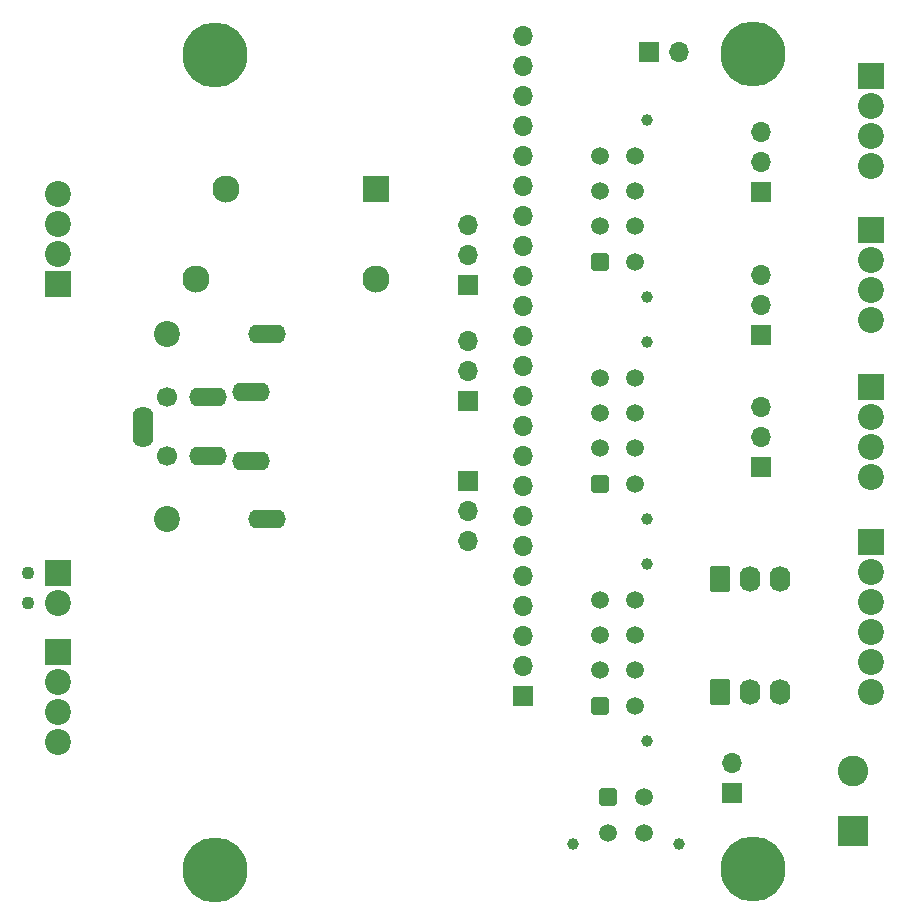
<source format=gbr>
%TF.GenerationSoftware,KiCad,Pcbnew,(6.0.11-0)*%
%TF.CreationDate,2023-07-12T13:15:56+12:00*%
%TF.ProjectId,controller-lower-cut,636f6e74-726f-46c6-9c65-722d6c6f7765,3.2*%
%TF.SameCoordinates,PX1c9c380PY1312d00*%
%TF.FileFunction,Soldermask,Bot*%
%TF.FilePolarity,Negative*%
%FSLAX46Y46*%
G04 Gerber Fmt 4.6, Leading zero omitted, Abs format (unit mm)*
G04 Created by KiCad (PCBNEW (6.0.11-0)) date 2023-07-12 13:15:56*
%MOMM*%
%LPD*%
G01*
G04 APERTURE LIST*
G04 Aperture macros list*
%AMRoundRect*
0 Rectangle with rounded corners*
0 $1 Rounding radius*
0 $2 $3 $4 $5 $6 $7 $8 $9 X,Y pos of 4 corners*
0 Add a 4 corners polygon primitive as box body*
4,1,4,$2,$3,$4,$5,$6,$7,$8,$9,$2,$3,0*
0 Add four circle primitives for the rounded corners*
1,1,$1+$1,$2,$3*
1,1,$1+$1,$4,$5*
1,1,$1+$1,$6,$7*
1,1,$1+$1,$8,$9*
0 Add four rect primitives between the rounded corners*
20,1,$1+$1,$2,$3,$4,$5,0*
20,1,$1+$1,$4,$5,$6,$7,0*
20,1,$1+$1,$6,$7,$8,$9,0*
20,1,$1+$1,$8,$9,$2,$3,0*%
G04 Aperture macros list end*
%ADD10R,1.700000X1.700000*%
%ADD11O,1.700000X1.700000*%
%ADD12C,1.000000*%
%ADD13RoundRect,0.250001X0.499999X-0.499999X0.499999X0.499999X-0.499999X0.499999X-0.499999X-0.499999X0*%
%ADD14C,1.500000*%
%ADD15C,5.500000*%
%ADD16C,2.300000*%
%ADD17R,2.300000X2.300000*%
%ADD18R,2.200000X2.200000*%
%ADD19C,2.200000*%
%ADD20RoundRect,0.250000X-0.620000X-0.845000X0.620000X-0.845000X0.620000X0.845000X-0.620000X0.845000X0*%
%ADD21O,1.740000X2.190000*%
%ADD22R,2.600000X2.600000*%
%ADD23C,2.600000*%
%ADD24RoundRect,0.250001X-0.499999X-0.499999X0.499999X-0.499999X0.499999X0.499999X-0.499999X0.499999X0*%
%ADD25C,1.100000*%
%ADD26C,1.700000*%
%ADD27O,3.200000X1.600000*%
%ADD28O,1.750000X3.500000*%
G04 APERTURE END LIST*
D10*
%TO.C,JP6*%
X45425000Y-43325000D03*
D11*
X45425000Y-40785000D03*
X45425000Y-38245000D03*
%TD*%
D12*
%TO.C,J12*%
X60525000Y-34550000D03*
X60525000Y-19550000D03*
D13*
X56585000Y-31550000D03*
D14*
X56585000Y-28550000D03*
X56585000Y-25550000D03*
X56585000Y-22550000D03*
X59585000Y-31550000D03*
X59585000Y-28550000D03*
X59585000Y-25550000D03*
X59585000Y-22550000D03*
%TD*%
D10*
%TO.C,JP3*%
X45400000Y-50075000D03*
D11*
X45400000Y-52615000D03*
X45400000Y-55155000D03*
%TD*%
D15*
%TO.C,H7*%
X69500000Y-13992893D03*
%TD*%
D16*
%TO.C,K1*%
X37600000Y-33020000D03*
X22360000Y-33000000D03*
X24900000Y-25400000D03*
D17*
X37600000Y-25400000D03*
%TD*%
D18*
%TO.C,J13*%
X79508381Y-28848381D03*
D19*
X79508381Y-31388381D03*
X79508381Y-33928381D03*
X79508381Y-36468381D03*
%TD*%
D20*
%TO.C,J18*%
X66710000Y-58400000D03*
D21*
X69250000Y-58400000D03*
X71790000Y-58400000D03*
%TD*%
D10*
%TO.C,JP5*%
X70200000Y-37713380D03*
D11*
X70200000Y-35173380D03*
X70200000Y-32633380D03*
%TD*%
D10*
%TO.C,JP4*%
X70200000Y-25650000D03*
D11*
X70200000Y-23110000D03*
X70200000Y-20570000D03*
%TD*%
D10*
%TO.C,JP1*%
X67800000Y-76492893D03*
D11*
X67800000Y-73952893D03*
%TD*%
D12*
%TO.C,J14*%
X60525000Y-53350000D03*
X60525000Y-38350000D03*
D13*
X56585000Y-50350000D03*
D14*
X56585000Y-47350000D03*
X56585000Y-44350000D03*
X56585000Y-41350000D03*
X59585000Y-50350000D03*
X59585000Y-47350000D03*
X59585000Y-44350000D03*
X59585000Y-41350000D03*
%TD*%
D10*
%TO.C,JP2*%
X60725000Y-13800000D03*
D11*
X63265000Y-13800000D03*
%TD*%
D22*
%TO.C,J6*%
X78005000Y-79737893D03*
D23*
X78005000Y-74657893D03*
%TD*%
D12*
%TO.C,J5*%
X63300000Y-80832893D03*
X54300000Y-80832893D03*
D24*
X57300000Y-76892893D03*
D14*
X60300000Y-76892893D03*
X57300000Y-79892893D03*
X60300000Y-79892893D03*
%TD*%
D25*
%TO.C,J8*%
X8160000Y-57930000D03*
X8160000Y-60470000D03*
D18*
X10700000Y-57930000D03*
D19*
X10700000Y-60470000D03*
%TD*%
D10*
%TO.C,JP7*%
X45425000Y-33500000D03*
D11*
X45425000Y-30960000D03*
X45425000Y-28420000D03*
%TD*%
D18*
%TO.C,J11*%
X79508381Y-15795001D03*
D19*
X79508381Y-18335001D03*
X79508381Y-20875001D03*
X79508381Y-23415001D03*
%TD*%
D15*
%TO.C,H6*%
X24000000Y-83000000D03*
%TD*%
D10*
%TO.C,J3*%
X50100000Y-68330000D03*
D11*
X50100000Y-65790000D03*
X50100000Y-63250000D03*
X50100000Y-60710000D03*
X50100000Y-58170000D03*
X50100000Y-55630000D03*
X50100000Y-53090000D03*
X50100000Y-50550000D03*
X50100000Y-48010000D03*
X50100000Y-45470000D03*
X50100000Y-42930000D03*
X50100000Y-40390000D03*
X50100000Y-37850000D03*
X50100000Y-35310000D03*
X50100000Y-32770000D03*
X50100000Y-30230000D03*
X50100000Y-27690000D03*
X50100000Y-25150000D03*
X50100000Y-22610000D03*
X50100000Y-20070000D03*
X50100000Y-17530000D03*
X50100000Y-14990000D03*
X50100000Y-12450000D03*
%TD*%
D20*
%TO.C,J19*%
X66710000Y-68000000D03*
D21*
X69250000Y-68000000D03*
X71790000Y-68000000D03*
%TD*%
D19*
%TO.C,J4*%
X19900000Y-53300000D03*
D26*
X19900000Y-48000000D03*
D19*
X19900000Y-37700000D03*
D26*
X19900000Y-43000000D03*
D27*
X27050000Y-48400000D03*
X23400000Y-48000000D03*
X23400000Y-43000000D03*
X27050000Y-42600000D03*
X28400000Y-37700000D03*
D28*
X17900000Y-45500000D03*
D27*
X28400000Y-53300000D03*
%TD*%
D12*
%TO.C,J17*%
X60525000Y-72150000D03*
X60525000Y-57150000D03*
D13*
X56585000Y-69150000D03*
D14*
X56585000Y-66150000D03*
X56585000Y-63150000D03*
X56585000Y-60150000D03*
X59585000Y-69150000D03*
X59585000Y-66150000D03*
X59585000Y-63150000D03*
X59585000Y-60150000D03*
%TD*%
D10*
%TO.C,JP8*%
X70200000Y-48910000D03*
D11*
X70200000Y-46370000D03*
X70200000Y-43830000D03*
%TD*%
D18*
%TO.C,J15*%
X10700000Y-64620000D03*
D19*
X10700000Y-67160000D03*
X10700000Y-69700000D03*
X10700000Y-72240000D03*
%TD*%
D18*
%TO.C,J16*%
X79508381Y-42145001D03*
D19*
X79508381Y-44685001D03*
X79508381Y-47225001D03*
X79508381Y-49765001D03*
%TD*%
D15*
%TO.C,H8*%
X69500000Y-82992893D03*
%TD*%
D18*
%TO.C,J10*%
X79500000Y-55250000D03*
D19*
X79500000Y-57790000D03*
X79500000Y-60330000D03*
X79500000Y-62870000D03*
X79500000Y-65410000D03*
X79500000Y-67950000D03*
%TD*%
D15*
%TO.C,H5*%
X24000000Y-14000000D03*
%TD*%
D18*
%TO.C,J20*%
X10700000Y-33414999D03*
D19*
X10700000Y-30874999D03*
X10700000Y-28334999D03*
X10700000Y-25794999D03*
%TD*%
M02*

</source>
